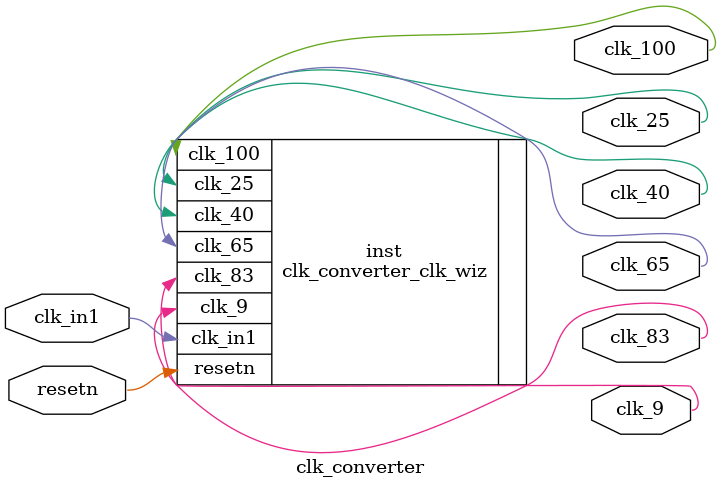
<source format=v>


`timescale 1ps/1ps

(* CORE_GENERATION_INFO = "clk_converter,clk_wiz_v5_4_3_0,{component_name=clk_converter,use_phase_alignment=true,use_min_o_jitter=false,use_max_i_jitter=false,use_dyn_phase_shift=false,use_inclk_switchover=false,use_dyn_reconfig=false,enable_axi=0,feedback_source=FDBK_AUTO,PRIMITIVE=MMCM,num_out_clk=6,clkin1_period=10.000,clkin2_period=10.000,use_power_down=false,use_reset=true,use_locked=false,use_inclk_stopped=false,feedback_type=SINGLE,CLOCK_MGR_TYPE=NA,manual_override=false}" *)

module clk_converter 
 (
  // Clock out ports
  output        clk_100,
  output        clk_25,
  output        clk_40,
  output        clk_65,
  output        clk_83,
  output        clk_9,
  // Status and control signals
  input         resetn,
 // Clock in ports
  input         clk_in1
 );

  clk_converter_clk_wiz inst
  (
  // Clock out ports  
  .clk_100(clk_100),
  .clk_25(clk_25),
  .clk_40(clk_40),
  .clk_65(clk_65),
  .clk_83(clk_83),
  .clk_9(clk_9),
  // Status and control signals               
  .resetn(resetn), 
 // Clock in ports
  .clk_in1(clk_in1)
  );

endmodule

</source>
